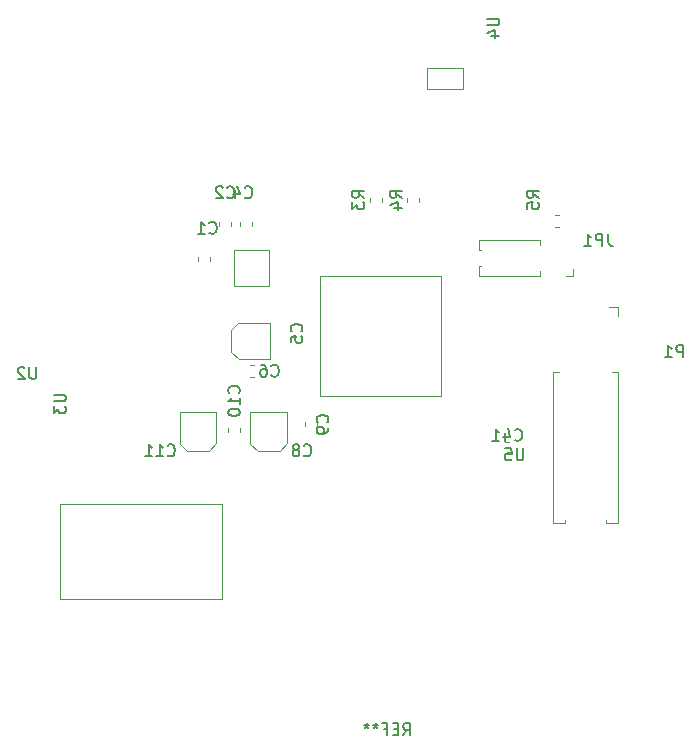
<source format=gbr>
G04 #@! TF.GenerationSoftware,KiCad,Pcbnew,(5.1.5)-3*
G04 #@! TF.CreationDate,2020-04-30T20:14:28+02:00*
G04 #@! TF.ProjectId,5-pointed-Star,352d706f-696e-4746-9564-2d537461722e,rev?*
G04 #@! TF.SameCoordinates,Original*
G04 #@! TF.FileFunction,Legend,Bot*
G04 #@! TF.FilePolarity,Positive*
%FSLAX46Y46*%
G04 Gerber Fmt 4.6, Leading zero omitted, Abs format (unit mm)*
G04 Created by KiCad (PCBNEW (5.1.5)-3) date 2020-04-30 20:14:28*
%MOMM*%
%LPD*%
G04 APERTURE LIST*
%ADD10C,0.120000*%
%ADD11C,0.150000*%
G04 APERTURE END LIST*
D10*
X200440000Y-129650000D02*
X200440000Y-126650000D01*
X197440000Y-129650000D02*
X200440000Y-129650000D01*
X197440000Y-126650000D02*
X197440000Y-129650000D01*
X200440000Y-126650000D02*
X197440000Y-126650000D01*
X225440000Y-149750000D02*
X225440000Y-149500000D01*
X224440000Y-149750000D02*
X225440000Y-149750000D01*
X224440000Y-137000000D02*
X224440000Y-149750000D01*
X224940000Y-137000000D02*
X224440000Y-137000000D01*
X228940000Y-149750000D02*
X228940000Y-149500000D01*
X229940000Y-149750000D02*
X228940000Y-149750000D01*
X229940000Y-137000000D02*
X229940000Y-149750000D01*
X229440000Y-137000000D02*
X229940000Y-137000000D01*
X229940000Y-131500000D02*
X229190000Y-131500000D01*
X229940000Y-132250000D02*
X229940000Y-131500000D01*
X223380000Y-125810000D02*
X223380000Y-126210000D01*
X218180000Y-125810000D02*
X223380000Y-125810000D01*
X218180000Y-126610000D02*
X218180000Y-125810000D01*
X218380000Y-126610000D02*
X218180000Y-126610000D01*
X218180000Y-128010000D02*
X218380000Y-128010000D01*
X218180000Y-128810000D02*
X218180000Y-128010000D01*
X223380000Y-128810000D02*
X218180000Y-128810000D01*
X223380000Y-128410000D02*
X223380000Y-128810000D01*
X226180000Y-128810000D02*
X225580000Y-128810000D01*
X226180000Y-128210000D02*
X226180000Y-128810000D01*
X220740279Y-143900000D02*
X220414721Y-143900000D01*
X220740279Y-142880000D02*
X220414721Y-142880000D01*
X197950000Y-141737221D02*
X197950000Y-142062779D01*
X196930000Y-141737221D02*
X196930000Y-142062779D01*
X203430000Y-141562779D02*
X203430000Y-141237221D01*
X204450000Y-141562779D02*
X204450000Y-141237221D01*
X199102779Y-137410000D02*
X198777221Y-137410000D01*
X199102779Y-136390000D02*
X198777221Y-136390000D01*
X197930000Y-124562779D02*
X197930000Y-124237221D01*
X198950000Y-124562779D02*
X198950000Y-124237221D01*
X196180000Y-124562779D02*
X196180000Y-124237221D01*
X197200000Y-124562779D02*
X197200000Y-124237221D01*
X194430000Y-127562779D02*
X194430000Y-127237221D01*
X195450000Y-127562779D02*
X195450000Y-127237221D01*
X204740000Y-128800000D02*
X204740000Y-139000000D01*
X204740000Y-139000000D02*
X214940000Y-139000000D01*
X214940000Y-139000000D02*
X214940000Y-128800000D01*
X214940000Y-128800000D02*
X204740000Y-128800000D01*
X199440000Y-143650000D02*
X201340000Y-143650000D01*
X198840000Y-140350000D02*
X198840000Y-143050000D01*
X199440000Y-143650000D02*
X198840000Y-143050000D01*
X201940000Y-140350000D02*
X201940000Y-142950000D01*
X201940000Y-142950000D02*
X201340000Y-143650000D01*
X201940000Y-140350000D02*
X198840000Y-140350000D01*
X193440000Y-143650000D02*
X195340000Y-143650000D01*
X192840000Y-140350000D02*
X192840000Y-143050000D01*
X193440000Y-143650000D02*
X192840000Y-143050000D01*
X195940000Y-140350000D02*
X195940000Y-142950000D01*
X195940000Y-142950000D02*
X195340000Y-143650000D01*
X195940000Y-140350000D02*
X192840000Y-140350000D01*
X197190000Y-133400000D02*
X197190000Y-135300000D01*
X200490000Y-132800000D02*
X197790000Y-132800000D01*
X197190000Y-133400000D02*
X197790000Y-132800000D01*
X200490000Y-135900000D02*
X197890000Y-135900000D01*
X197890000Y-135900000D02*
X197190000Y-135300000D01*
X200490000Y-135900000D02*
X200490000Y-132800000D01*
X213750000Y-111250000D02*
X213750000Y-113000000D01*
X216800000Y-111250000D02*
X213750000Y-111250000D01*
X216800000Y-113000000D02*
X216800000Y-111250000D01*
X213750000Y-113000000D02*
X216800000Y-113000000D01*
X196440000Y-148150000D02*
X196440000Y-156150000D01*
X182740000Y-148150000D02*
X196440000Y-148150000D01*
X182740000Y-156150000D02*
X182740000Y-148150000D01*
X196440000Y-156150000D02*
X182740000Y-156150000D01*
X224643733Y-123640000D02*
X224986267Y-123640000D01*
X224643733Y-124660000D02*
X224986267Y-124660000D01*
X213150000Y-122237221D02*
X213150000Y-122562779D01*
X212130000Y-122237221D02*
X212130000Y-122562779D01*
X209950000Y-122237221D02*
X209950000Y-122562779D01*
X208930000Y-122237221D02*
X208930000Y-122562779D01*
D11*
X182192380Y-138888095D02*
X183001904Y-138888095D01*
X183097142Y-138935714D01*
X183144761Y-138983333D01*
X183192380Y-139078571D01*
X183192380Y-139269047D01*
X183144761Y-139364285D01*
X183097142Y-139411904D01*
X183001904Y-139459523D01*
X182192380Y-139459523D01*
X182192380Y-139840476D02*
X182192380Y-140459523D01*
X182573333Y-140126190D01*
X182573333Y-140269047D01*
X182620952Y-140364285D01*
X182668571Y-140411904D01*
X182763809Y-140459523D01*
X183001904Y-140459523D01*
X183097142Y-140411904D01*
X183144761Y-140364285D01*
X183192380Y-140269047D01*
X183192380Y-139983333D01*
X183144761Y-139888095D01*
X183097142Y-139840476D01*
X235458095Y-135712380D02*
X235458095Y-134712380D01*
X235077142Y-134712380D01*
X234981904Y-134760000D01*
X234934285Y-134807619D01*
X234886666Y-134902857D01*
X234886666Y-135045714D01*
X234934285Y-135140952D01*
X234981904Y-135188571D01*
X235077142Y-135236190D01*
X235458095Y-135236190D01*
X233934285Y-135712380D02*
X234505714Y-135712380D01*
X234220000Y-135712380D02*
X234220000Y-134712380D01*
X234315238Y-134855238D01*
X234410476Y-134950476D01*
X234505714Y-134998095D01*
X211773333Y-167712380D02*
X212106666Y-167236190D01*
X212344761Y-167712380D02*
X212344761Y-166712380D01*
X211963809Y-166712380D01*
X211868571Y-166760000D01*
X211820952Y-166807619D01*
X211773333Y-166902857D01*
X211773333Y-167045714D01*
X211820952Y-167140952D01*
X211868571Y-167188571D01*
X211963809Y-167236190D01*
X212344761Y-167236190D01*
X211344761Y-167188571D02*
X211011428Y-167188571D01*
X210868571Y-167712380D02*
X211344761Y-167712380D01*
X211344761Y-166712380D01*
X210868571Y-166712380D01*
X210106666Y-167188571D02*
X210440000Y-167188571D01*
X210440000Y-167712380D02*
X210440000Y-166712380D01*
X209963809Y-166712380D01*
X209440000Y-166712380D02*
X209440000Y-166950476D01*
X209678095Y-166855238D02*
X209440000Y-166950476D01*
X209201904Y-166855238D01*
X209582857Y-167140952D02*
X209440000Y-166950476D01*
X209297142Y-167140952D01*
X208678095Y-166712380D02*
X208678095Y-166950476D01*
X208916190Y-166855238D02*
X208678095Y-166950476D01*
X208440000Y-166855238D01*
X208820952Y-167140952D02*
X208678095Y-166950476D01*
X208535238Y-167140952D01*
X229113333Y-125272380D02*
X229113333Y-125986666D01*
X229160952Y-126129523D01*
X229256190Y-126224761D01*
X229399047Y-126272380D01*
X229494285Y-126272380D01*
X228637142Y-126272380D02*
X228637142Y-125272380D01*
X228256190Y-125272380D01*
X228160952Y-125320000D01*
X228113333Y-125367619D01*
X228065714Y-125462857D01*
X228065714Y-125605714D01*
X228113333Y-125700952D01*
X228160952Y-125748571D01*
X228256190Y-125796190D01*
X228637142Y-125796190D01*
X227113333Y-126272380D02*
X227684761Y-126272380D01*
X227399047Y-126272380D02*
X227399047Y-125272380D01*
X227494285Y-125415238D01*
X227589523Y-125510476D01*
X227684761Y-125558095D01*
X221220357Y-142697142D02*
X221267976Y-142744761D01*
X221410833Y-142792380D01*
X221506071Y-142792380D01*
X221648928Y-142744761D01*
X221744166Y-142649523D01*
X221791785Y-142554285D01*
X221839404Y-142363809D01*
X221839404Y-142220952D01*
X221791785Y-142030476D01*
X221744166Y-141935238D01*
X221648928Y-141840000D01*
X221506071Y-141792380D01*
X221410833Y-141792380D01*
X221267976Y-141840000D01*
X221220357Y-141887619D01*
X220363214Y-142125714D02*
X220363214Y-142792380D01*
X220601309Y-141744761D02*
X220839404Y-142459047D01*
X220220357Y-142459047D01*
X219315595Y-142792380D02*
X219887023Y-142792380D01*
X219601309Y-142792380D02*
X219601309Y-141792380D01*
X219696547Y-141935238D01*
X219791785Y-142030476D01*
X219887023Y-142078095D01*
X197847142Y-138757142D02*
X197894761Y-138709523D01*
X197942380Y-138566666D01*
X197942380Y-138471428D01*
X197894761Y-138328571D01*
X197799523Y-138233333D01*
X197704285Y-138185714D01*
X197513809Y-138138095D01*
X197370952Y-138138095D01*
X197180476Y-138185714D01*
X197085238Y-138233333D01*
X196990000Y-138328571D01*
X196942380Y-138471428D01*
X196942380Y-138566666D01*
X196990000Y-138709523D01*
X197037619Y-138757142D01*
X197942380Y-139709523D02*
X197942380Y-139138095D01*
X197942380Y-139423809D02*
X196942380Y-139423809D01*
X197085238Y-139328571D01*
X197180476Y-139233333D01*
X197228095Y-139138095D01*
X196942380Y-140328571D02*
X196942380Y-140423809D01*
X196990000Y-140519047D01*
X197037619Y-140566666D01*
X197132857Y-140614285D01*
X197323333Y-140661904D01*
X197561428Y-140661904D01*
X197751904Y-140614285D01*
X197847142Y-140566666D01*
X197894761Y-140519047D01*
X197942380Y-140423809D01*
X197942380Y-140328571D01*
X197894761Y-140233333D01*
X197847142Y-140185714D01*
X197751904Y-140138095D01*
X197561428Y-140090476D01*
X197323333Y-140090476D01*
X197132857Y-140138095D01*
X197037619Y-140185714D01*
X196990000Y-140233333D01*
X196942380Y-140328571D01*
X205347142Y-141233333D02*
X205394761Y-141185714D01*
X205442380Y-141042857D01*
X205442380Y-140947619D01*
X205394761Y-140804761D01*
X205299523Y-140709523D01*
X205204285Y-140661904D01*
X205013809Y-140614285D01*
X204870952Y-140614285D01*
X204680476Y-140661904D01*
X204585238Y-140709523D01*
X204490000Y-140804761D01*
X204442380Y-140947619D01*
X204442380Y-141042857D01*
X204490000Y-141185714D01*
X204537619Y-141233333D01*
X205442380Y-141709523D02*
X205442380Y-141900000D01*
X205394761Y-141995238D01*
X205347142Y-142042857D01*
X205204285Y-142138095D01*
X205013809Y-142185714D01*
X204632857Y-142185714D01*
X204537619Y-142138095D01*
X204490000Y-142090476D01*
X204442380Y-141995238D01*
X204442380Y-141804761D01*
X204490000Y-141709523D01*
X204537619Y-141661904D01*
X204632857Y-141614285D01*
X204870952Y-141614285D01*
X204966190Y-141661904D01*
X205013809Y-141709523D01*
X205061428Y-141804761D01*
X205061428Y-141995238D01*
X205013809Y-142090476D01*
X204966190Y-142138095D01*
X204870952Y-142185714D01*
X200606666Y-137257142D02*
X200654285Y-137304761D01*
X200797142Y-137352380D01*
X200892380Y-137352380D01*
X201035238Y-137304761D01*
X201130476Y-137209523D01*
X201178095Y-137114285D01*
X201225714Y-136923809D01*
X201225714Y-136780952D01*
X201178095Y-136590476D01*
X201130476Y-136495238D01*
X201035238Y-136400000D01*
X200892380Y-136352380D01*
X200797142Y-136352380D01*
X200654285Y-136400000D01*
X200606666Y-136447619D01*
X199749523Y-136352380D02*
X199940000Y-136352380D01*
X200035238Y-136400000D01*
X200082857Y-136447619D01*
X200178095Y-136590476D01*
X200225714Y-136780952D01*
X200225714Y-137161904D01*
X200178095Y-137257142D01*
X200130476Y-137304761D01*
X200035238Y-137352380D01*
X199844761Y-137352380D01*
X199749523Y-137304761D01*
X199701904Y-137257142D01*
X199654285Y-137161904D01*
X199654285Y-136923809D01*
X199701904Y-136828571D01*
X199749523Y-136780952D01*
X199844761Y-136733333D01*
X200035238Y-136733333D01*
X200130476Y-136780952D01*
X200178095Y-136828571D01*
X200225714Y-136923809D01*
X198356666Y-122157142D02*
X198404285Y-122204761D01*
X198547142Y-122252380D01*
X198642380Y-122252380D01*
X198785238Y-122204761D01*
X198880476Y-122109523D01*
X198928095Y-122014285D01*
X198975714Y-121823809D01*
X198975714Y-121680952D01*
X198928095Y-121490476D01*
X198880476Y-121395238D01*
X198785238Y-121300000D01*
X198642380Y-121252380D01*
X198547142Y-121252380D01*
X198404285Y-121300000D01*
X198356666Y-121347619D01*
X197499523Y-121585714D02*
X197499523Y-122252380D01*
X197737619Y-121204761D02*
X197975714Y-121919047D01*
X197356666Y-121919047D01*
X196856666Y-122157142D02*
X196904285Y-122204761D01*
X197047142Y-122252380D01*
X197142380Y-122252380D01*
X197285238Y-122204761D01*
X197380476Y-122109523D01*
X197428095Y-122014285D01*
X197475714Y-121823809D01*
X197475714Y-121680952D01*
X197428095Y-121490476D01*
X197380476Y-121395238D01*
X197285238Y-121300000D01*
X197142380Y-121252380D01*
X197047142Y-121252380D01*
X196904285Y-121300000D01*
X196856666Y-121347619D01*
X196475714Y-121347619D02*
X196428095Y-121300000D01*
X196332857Y-121252380D01*
X196094761Y-121252380D01*
X195999523Y-121300000D01*
X195951904Y-121347619D01*
X195904285Y-121442857D01*
X195904285Y-121538095D01*
X195951904Y-121680952D01*
X196523333Y-122252380D01*
X195904285Y-122252380D01*
X195356666Y-125157142D02*
X195404285Y-125204761D01*
X195547142Y-125252380D01*
X195642380Y-125252380D01*
X195785238Y-125204761D01*
X195880476Y-125109523D01*
X195928095Y-125014285D01*
X195975714Y-124823809D01*
X195975714Y-124680952D01*
X195928095Y-124490476D01*
X195880476Y-124395238D01*
X195785238Y-124300000D01*
X195642380Y-124252380D01*
X195547142Y-124252380D01*
X195404285Y-124300000D01*
X195356666Y-124347619D01*
X194404285Y-125252380D02*
X194975714Y-125252380D01*
X194690000Y-125252380D02*
X194690000Y-124252380D01*
X194785238Y-124395238D01*
X194880476Y-124490476D01*
X194975714Y-124538095D01*
X221951904Y-143442380D02*
X221951904Y-144251904D01*
X221904285Y-144347142D01*
X221856666Y-144394761D01*
X221761428Y-144442380D01*
X221570952Y-144442380D01*
X221475714Y-144394761D01*
X221428095Y-144347142D01*
X221380476Y-144251904D01*
X221380476Y-143442380D01*
X220428095Y-143442380D02*
X220904285Y-143442380D01*
X220951904Y-143918571D01*
X220904285Y-143870952D01*
X220809047Y-143823333D01*
X220570952Y-143823333D01*
X220475714Y-143870952D01*
X220428095Y-143918571D01*
X220380476Y-144013809D01*
X220380476Y-144251904D01*
X220428095Y-144347142D01*
X220475714Y-144394761D01*
X220570952Y-144442380D01*
X220809047Y-144442380D01*
X220904285Y-144394761D01*
X220951904Y-144347142D01*
X203356666Y-144007142D02*
X203404285Y-144054761D01*
X203547142Y-144102380D01*
X203642380Y-144102380D01*
X203785238Y-144054761D01*
X203880476Y-143959523D01*
X203928095Y-143864285D01*
X203975714Y-143673809D01*
X203975714Y-143530952D01*
X203928095Y-143340476D01*
X203880476Y-143245238D01*
X203785238Y-143150000D01*
X203642380Y-143102380D01*
X203547142Y-143102380D01*
X203404285Y-143150000D01*
X203356666Y-143197619D01*
X202785238Y-143530952D02*
X202880476Y-143483333D01*
X202928095Y-143435714D01*
X202975714Y-143340476D01*
X202975714Y-143292857D01*
X202928095Y-143197619D01*
X202880476Y-143150000D01*
X202785238Y-143102380D01*
X202594761Y-143102380D01*
X202499523Y-143150000D01*
X202451904Y-143197619D01*
X202404285Y-143292857D01*
X202404285Y-143340476D01*
X202451904Y-143435714D01*
X202499523Y-143483333D01*
X202594761Y-143530952D01*
X202785238Y-143530952D01*
X202880476Y-143578571D01*
X202928095Y-143626190D01*
X202975714Y-143721428D01*
X202975714Y-143911904D01*
X202928095Y-144007142D01*
X202880476Y-144054761D01*
X202785238Y-144102380D01*
X202594761Y-144102380D01*
X202499523Y-144054761D01*
X202451904Y-144007142D01*
X202404285Y-143911904D01*
X202404285Y-143721428D01*
X202451904Y-143626190D01*
X202499523Y-143578571D01*
X202594761Y-143530952D01*
X191832857Y-144007142D02*
X191880476Y-144054761D01*
X192023333Y-144102380D01*
X192118571Y-144102380D01*
X192261428Y-144054761D01*
X192356666Y-143959523D01*
X192404285Y-143864285D01*
X192451904Y-143673809D01*
X192451904Y-143530952D01*
X192404285Y-143340476D01*
X192356666Y-143245238D01*
X192261428Y-143150000D01*
X192118571Y-143102380D01*
X192023333Y-143102380D01*
X191880476Y-143150000D01*
X191832857Y-143197619D01*
X190880476Y-144102380D02*
X191451904Y-144102380D01*
X191166190Y-144102380D02*
X191166190Y-143102380D01*
X191261428Y-143245238D01*
X191356666Y-143340476D01*
X191451904Y-143388095D01*
X189928095Y-144102380D02*
X190499523Y-144102380D01*
X190213809Y-144102380D02*
X190213809Y-143102380D01*
X190309047Y-143245238D01*
X190404285Y-143340476D01*
X190499523Y-143388095D01*
X203145142Y-133533333D02*
X203192761Y-133485714D01*
X203240380Y-133342857D01*
X203240380Y-133247619D01*
X203192761Y-133104761D01*
X203097523Y-133009523D01*
X203002285Y-132961904D01*
X202811809Y-132914285D01*
X202668952Y-132914285D01*
X202478476Y-132961904D01*
X202383238Y-133009523D01*
X202288000Y-133104761D01*
X202240380Y-133247619D01*
X202240380Y-133342857D01*
X202288000Y-133485714D01*
X202335619Y-133533333D01*
X202240380Y-134438095D02*
X202240380Y-133961904D01*
X202716571Y-133914285D01*
X202668952Y-133961904D01*
X202621333Y-134057142D01*
X202621333Y-134295238D01*
X202668952Y-134390476D01*
X202716571Y-134438095D01*
X202811809Y-134485714D01*
X203049904Y-134485714D01*
X203145142Y-134438095D01*
X203192761Y-134390476D01*
X203240380Y-134295238D01*
X203240380Y-134057142D01*
X203192761Y-133961904D01*
X203145142Y-133914285D01*
X218902380Y-107038095D02*
X219711904Y-107038095D01*
X219807142Y-107085714D01*
X219854761Y-107133333D01*
X219902380Y-107228571D01*
X219902380Y-107419047D01*
X219854761Y-107514285D01*
X219807142Y-107561904D01*
X219711904Y-107609523D01*
X218902380Y-107609523D01*
X219235714Y-108514285D02*
X219902380Y-108514285D01*
X218854761Y-108276190D02*
X219569047Y-108038095D01*
X219569047Y-108657142D01*
X180691904Y-136552380D02*
X180691904Y-137361904D01*
X180644285Y-137457142D01*
X180596666Y-137504761D01*
X180501428Y-137552380D01*
X180310952Y-137552380D01*
X180215714Y-137504761D01*
X180168095Y-137457142D01*
X180120476Y-137361904D01*
X180120476Y-136552380D01*
X179691904Y-136647619D02*
X179644285Y-136600000D01*
X179549047Y-136552380D01*
X179310952Y-136552380D01*
X179215714Y-136600000D01*
X179168095Y-136647619D01*
X179120476Y-136742857D01*
X179120476Y-136838095D01*
X179168095Y-136980952D01*
X179739523Y-137552380D01*
X179120476Y-137552380D01*
X223267380Y-122233333D02*
X222791190Y-121900000D01*
X223267380Y-121661904D02*
X222267380Y-121661904D01*
X222267380Y-122042857D01*
X222315000Y-122138095D01*
X222362619Y-122185714D01*
X222457857Y-122233333D01*
X222600714Y-122233333D01*
X222695952Y-122185714D01*
X222743571Y-122138095D01*
X222791190Y-122042857D01*
X222791190Y-121661904D01*
X222267380Y-123138095D02*
X222267380Y-122661904D01*
X222743571Y-122614285D01*
X222695952Y-122661904D01*
X222648333Y-122757142D01*
X222648333Y-122995238D01*
X222695952Y-123090476D01*
X222743571Y-123138095D01*
X222838809Y-123185714D01*
X223076904Y-123185714D01*
X223172142Y-123138095D01*
X223219761Y-123090476D01*
X223267380Y-122995238D01*
X223267380Y-122757142D01*
X223219761Y-122661904D01*
X223172142Y-122614285D01*
X211662380Y-122233333D02*
X211186190Y-121900000D01*
X211662380Y-121661904D02*
X210662380Y-121661904D01*
X210662380Y-122042857D01*
X210710000Y-122138095D01*
X210757619Y-122185714D01*
X210852857Y-122233333D01*
X210995714Y-122233333D01*
X211090952Y-122185714D01*
X211138571Y-122138095D01*
X211186190Y-122042857D01*
X211186190Y-121661904D01*
X210995714Y-123090476D02*
X211662380Y-123090476D01*
X210614761Y-122852380D02*
X211329047Y-122614285D01*
X211329047Y-123233333D01*
X208462380Y-122233333D02*
X207986190Y-121900000D01*
X208462380Y-121661904D02*
X207462380Y-121661904D01*
X207462380Y-122042857D01*
X207510000Y-122138095D01*
X207557619Y-122185714D01*
X207652857Y-122233333D01*
X207795714Y-122233333D01*
X207890952Y-122185714D01*
X207938571Y-122138095D01*
X207986190Y-122042857D01*
X207986190Y-121661904D01*
X207462380Y-122566666D02*
X207462380Y-123185714D01*
X207843333Y-122852380D01*
X207843333Y-122995238D01*
X207890952Y-123090476D01*
X207938571Y-123138095D01*
X208033809Y-123185714D01*
X208271904Y-123185714D01*
X208367142Y-123138095D01*
X208414761Y-123090476D01*
X208462380Y-122995238D01*
X208462380Y-122709523D01*
X208414761Y-122614285D01*
X208367142Y-122566666D01*
M02*

</source>
